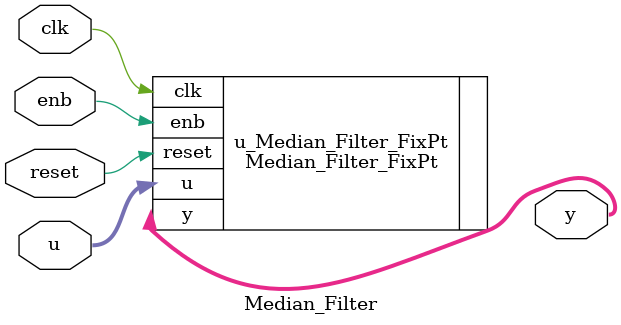
<source format=v>



`timescale 10 ns / 10 ns

module Median_Filter
          (clk,
           reset,
           enb,
           u,
           y);


  input   clk;
  input   reset;
  input   enb;
  input   signed [17:0] u;  // sfix18_En17
  output  signed [17:0] y;  // sfix18_En17



  // This variant subsystem was automatically generated by the Fixed-Point Tool to convert a MATLAB function block to 
  // fixed-point.The variant subsystem contains two blocks:
  // 1. Median Filter is the original code from the MATLAB function block. Modify this block to update your code or 
  // resolve errors
  // 
  // 2. Median Filter_FixPt is the generated fixed-point code for the MATLAB function block. Any modifications to this 
  // block will be overwritten on the next conversion.
  // 
  // The Fixed-Point Tool will select an appropriate variant based on the Model Settings. Learn more.. 


  Median_Filter_FixPt u_Median_Filter_FixPt (.clk(clk),
                                             .reset(reset),
                                             .enb(enb),
                                             .u(u),  // sfix18_En17
                                             .y(y)  // sfix18_En17
                                             );

endmodule  // Median_Filter


</source>
